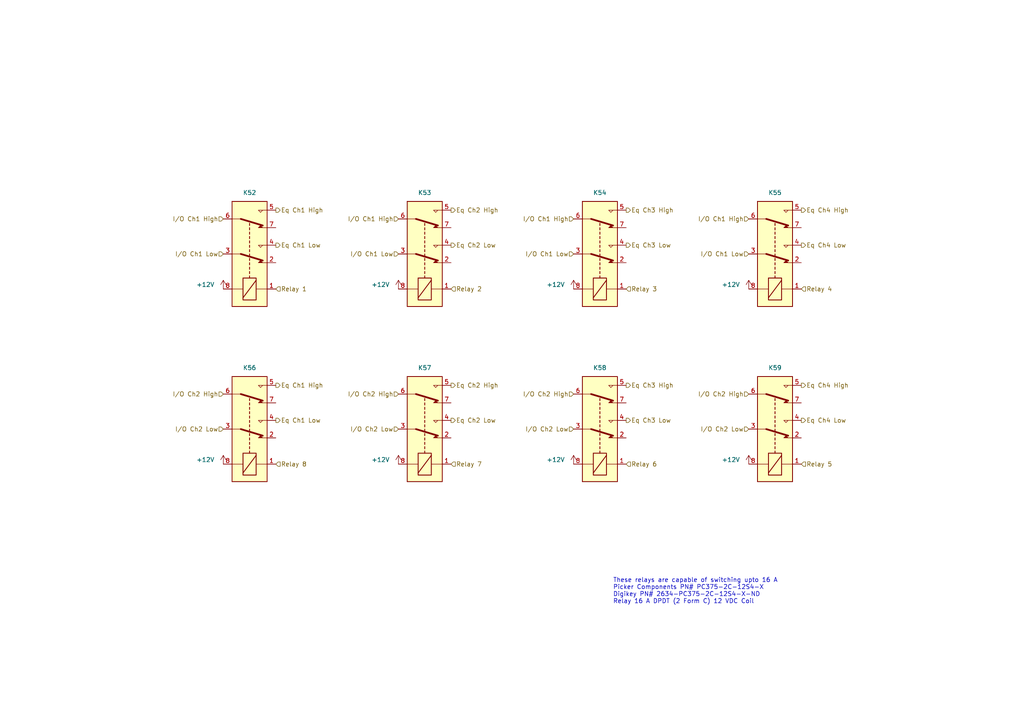
<source format=kicad_sch>
(kicad_sch (version 20211123) (generator eeschema)
  (paper "A4")
  (title_block (title "CIB PCB") (date "2022-05-27") (company "ChargePoint, Inc"))
  (lib_symbols
    (symbol "Relay:G2RL-2-DC24"
      (property "Reference" "RL" (at 16.51 3.81 0))
      (property "Value" "G2RL-2-DC24" (at 16.51 1.27 0))
      (symbol "G2RL-2-DC24_0_1"
        (rectangle (start -15.24 5.08) (end 15.24 -5.08) (stroke (width 0.254)) (fill (type background)))
        (rectangle (start -13.335 1.905) (end -6.985 -1.905) (stroke (width 0.254)))
        (polyline (pts (xy -12.7 -1.905) (xy -7.62 1.905)) (stroke (width 0.254)))
        (polyline (pts (xy -10.16 -5.08) (xy -10.16 -1.905)))
        (polyline (pts (xy -10.16 5.08) (xy -10.16 1.905)))
        (polyline (pts (xy -6.985 0) (xy -6.35 0)) (stroke (width 0.254)))
        (polyline (pts (xy -5.715 0) (xy -5.08 0)) (stroke (width 0.254)))
        (polyline (pts (xy -4.445 0) (xy -3.81 0)) (stroke (width 0.254)))
        (polyline (pts (xy -3.175 0) (xy -2.54 0)) (stroke (width 0.254)))
        (polyline (pts (xy -1.905 0) (xy -1.27 0)) (stroke (width 0.254)))
        (polyline (pts (xy -0.635 0) (xy 0 0)) (stroke (width 0.254)))
        (polyline (pts (xy 0 -2.54) (xy -1.905 3.81)) (stroke (width 0.508)))
        (polyline (pts (xy 0 -2.54) (xy 0 -5.08)))
        (polyline (pts (xy 0.635 0) (xy 1.27 0)) (stroke (width 0.254)))
        (polyline (pts (xy 1.905 0) (xy 2.54 0)) (stroke (width 0.254)))
        (polyline (pts (xy 3.175 0) (xy 3.81 0)) (stroke (width 0.254)))
        (polyline (pts (xy 4.445 0) (xy 5.08 0)) (stroke (width 0.254)))
        (polyline (pts (xy 5.715 0) (xy 6.35 0)) (stroke (width 0.254)))
        (polyline (pts (xy 6.985 0) (xy 7.62 0)) (stroke (width 0.254)))
        (polyline (pts (xy 8.255 0) (xy 8.89 0)) (stroke (width 0.254)))
        (polyline (pts (xy 10.16 -2.54) (xy 8.255 3.81)) (stroke (width 0.508)))
        (polyline (pts (xy 10.16 -2.54) (xy 10.16 -5.08)))
        (polyline (pts (xy -2.54 5.08) (xy -2.54 2.54) (xy -1.905 3.175) (xy -2.54 3.81)) (fill (type outline)))
        (polyline (pts (xy 2.54 5.08) (xy 2.54 2.54) (xy 1.905 3.175) (xy 2.54 3.81)))
        (polyline (pts (xy 7.62 5.08) (xy 7.62 2.54) (xy 8.255 3.175) (xy 7.62 3.81)) (fill (type outline)))
        (polyline (pts (xy 12.7 5.08) (xy 12.7 2.54) (xy 12.065 3.175) (xy 12.7 3.81)))
      )
      (symbol "G2RL-2-DC24_1_1"
        (pin passive line (at -10.16 7.62 270) (length 2.54) (name "~") (number "1"))
        (pin passive line (at -2.54 7.62 270) (length 2.54) (name "~") (number "2"))
        (pin passive line (at 0 -7.62 90) (length 2.54) (name "~") (number "3"))
        (pin passive line (at 2.54 7.62 270) (length 2.54) (name "~") (number "4"))
        (pin passive line (at 12.7 7.62 270) (length 2.54) (name "~") (number "5"))
        (pin passive line (at 10.16 -7.62 90) (length 2.54) (name "~") (number "6"))
        (pin passive line (at 7.62 7.62 270) (length 2.54) (name "~") (number "7"))
        (pin passive line (at -10.16 -7.62 90) (length 2.54) (name "~") (number "8"))
      )
    )
    (symbol "power:+12V" (power) (pin_names (offset 0))
      (property "Value" "+12V" (at 0 3.556 0))
      (symbol "+12V_0_1"
        (polyline (pts (xy -0.762 1.27) (xy 0 2.54)))
        (polyline (pts (xy 0 0) (xy 0 2.54)))
        (polyline (pts (xy 0 2.54) (xy 0.762 1.27)))
      )
      (symbol "+12V_1_1"
        (pin power_in line (at 0 0 90) (length 0) hide (name "+12V") (number "1"))
      )
    )
  )
  (text "These relays are capable of switching upto 16 A\nPicker Components PN# PC375-2C-12S4-X\nDigikey PN# 2634-PC375-2C-12S4-X-ND\nRelay 16 A DPDT (2 Form C) 12 VDC Coil" (at 177.8 175.26 0) (effects (font (size 1.27 1.27)) (justify left bottom)))
  (hierarchical_label "Eq Ch4 Low" (shape output) (at 232.41 121.92 0))
  (hierarchical_label "I{slash}O Ch1 High" (shape input) (at 166.37 63.5 180))
  (hierarchical_label "Relay 2" (shape input) (at 130.81 83.82 0))
  (hierarchical_label "I{slash}O Ch1 Low" (shape input) (at 166.37 73.66 180))
  (hierarchical_label "Relay 7" (shape input) (at 130.81 134.62 0))
  (hierarchical_label "Eq Ch1 Low" (shape output) (at 80.01 71.12 0))
  (hierarchical_label "Eq Ch4 High" (shape output) (at 232.41 60.96 0))
  (hierarchical_label "I{slash}O Ch2 Low" (shape input) (at 166.37 124.46 180))
  (hierarchical_label "Eq Ch3 Low" (shape output) (at 181.61 121.92 0))
  (hierarchical_label "I{slash}O Ch1 Low" (shape input) (at 64.77 73.66 180))
  (hierarchical_label "Relay 3" (shape input) (at 181.61 83.82 0))
  (hierarchical_label "Eq Ch2 High" (shape output) (at 130.81 111.76 0))
  (hierarchical_label "I{slash}O Ch2 Low" (shape input) (at 115.57 124.46 180))
  (hierarchical_label "Eq Ch1 High" (shape output) (at 80.01 60.96 0))
  (hierarchical_label "Relay 1" (shape input) (at 80.01 83.82 0))
  (hierarchical_label "Relay 5" (shape input) (at 232.41 134.62 0))
  (hierarchical_label "I{slash}O Ch1 High" (shape input) (at 115.57 63.5 180))
  (hierarchical_label "Eq Ch4 High" (shape output) (at 232.41 111.76 0))
  (hierarchical_label "I{slash}O Ch2 Low" (shape input) (at 64.77 124.46 180))
  (hierarchical_label "Relay 8" (shape input) (at 80.01 134.62 0))
  (hierarchical_label "Relay 6" (shape input) (at 181.61 134.62 0))
  (hierarchical_label "I{slash}O Ch1 Low" (shape input) (at 115.57 73.66 180))
  (hierarchical_label "Eq Ch3 High" (shape output) (at 181.61 111.76 0))
  (hierarchical_label "Eq Ch1 Low" (shape output) (at 80.01 121.92 0))
  (hierarchical_label "Eq Ch2 Low" (shape output) (at 130.81 71.12 0))
  (hierarchical_label "I{slash}O Ch1 High" (shape input) (at 64.77 63.5 180))
  (hierarchical_label "I{slash}O Ch1 Low" (shape input) (at 217.17 73.66 180))
  (hierarchical_label "Eq Ch2 Low" (shape output) (at 130.81 121.92 0))
  (hierarchical_label "Relay 4" (shape input) (at 232.41 83.82 0))
  (hierarchical_label "Eq Ch3 High" (shape output) (at 181.61 60.96 0))
  (hierarchical_label "Eq Ch1 High" (shape output) (at 80.01 111.76 0))
  (hierarchical_label "Eq Ch3 Low" (shape output) (at 181.61 71.12 0))
  (hierarchical_label "Eq Ch2 High" (shape output) (at 130.81 60.96 0))
  (hierarchical_label "I{slash}O Ch2 Low" (shape input) (at 217.17 124.46 180))
  (hierarchical_label "I{slash}O Ch2 High" (shape input) (at 64.77 114.3 180))
  (hierarchical_label "I{slash}O Ch1 High" (shape input) (at 217.17 63.5 180))
  (hierarchical_label "I{slash}O Ch2 High" (shape input) (at 115.57 114.3 180))
  (hierarchical_label "I{slash}O Ch2 High" (shape input) (at 166.37 114.3 180))
  (hierarchical_label "Eq Ch4 Low" (shape output) (at 232.41 71.12 0))
  (hierarchical_label "I{slash}O Ch2 High" (shape input) (at 217.17 114.3 180))
  (symbol (lib_id "Relay:G2RL-2-DC24") (at 173.99 124.46 270) (mirror x) (unit 1)
    (property "Reference" "K58" (at 173.99 106.68 90))
    (property "Value" "PC357" (effects hide))
    (property "Footprint" "_Connectors:PC375" (effects hide))
    (property "Datasheet" "https://pickercomponents.com/pdf/Relays/PC375.pdf" (effects hide))
    (property "DigiKey #" "2634-PC375-2C-12S4-X-ND" (effects hide))
    (property "Manufacturer #" "PC375-2C-12S4-X" (effects hide))
    (property "Manufacturer" "Picker Components" (effects hide))
    (property "Description" "General Purpose Relay DPDT (2 Form C) 12VDC Coil Through Hole" (effects hide))
    (property "DigiKey Price/Stock" "https://www.digikey.co.uk/en/products/detail/picker-components/PC375-2C-12S4-X/12352856?s=N4IgTCBcDa4GwGYAsBaACgYQQdgKwrAxQEYwBlVADRQDkAREAXQF8g" (effects hide))
  )
  (symbol (lib_id "power:+12V") (at 115.57 83.82 0) (unit 1)
    (property "Reference" "#PWR0292" (effects hide))
    (property "Value" "+12V" (at 113.03 82.5499 0) (effects (justify right)))
  )
  (symbol (lib_id "power:+12V") (at 166.37 134.62 0) (unit 1)
    (property "Reference" "#PWR0297" (effects hide))
    (property "Value" "+12V" (at 163.83 133.3499 0) (effects (justify right)))
  )
  (symbol (lib_id "Relay:G2RL-2-DC24") (at 224.79 73.66 270) (mirror x) (unit 1)
    (property "Reference" "K55" (at 224.79 55.88 90))
    (property "Value" "PC357" (effects hide))
    (property "Footprint" "_Connectors:PC375" (effects hide))
    (property "Datasheet" "https://pickercomponents.com/pdf/Relays/PC375.pdf" (effects hide))
    (property "DigiKey #" "2634-PC375-2C-12S4-X-ND" (effects hide))
    (property "Manufacturer #" "PC375-2C-12S4-X" (effects hide))
    (property "Manufacturer" "Picker Components" (effects hide))
    (property "Description" "General Purpose Relay DPDT (2 Form C) 12VDC Coil Through Hole" (effects hide))
    (property "DigiKey Price/Stock" "https://www.digikey.co.uk/en/products/detail/picker-components/PC375-2C-12S4-X/12352856?s=N4IgTCBcDa4GwGYAsBaACgYQQdgKwrAxQEYwBlVADRQDkAREAXQF8g" (effects hide))
  )
  (symbol (lib_id "power:+12V") (at 64.77 83.82 0) (unit 1)
    (property "Reference" "#PWR0291" (effects hide))
    (property "Value" "+12V" (at 62.23 82.5499 0) (effects (justify right)))
  )
  (symbol (lib_id "Relay:G2RL-2-DC24") (at 72.39 124.46 270) (mirror x) (unit 1)
    (property "Reference" "K56" (at 72.39 106.68 90))
    (property "Value" "PC357" (effects hide))
    (property "Footprint" "_Connectors:PC375" (effects hide))
    (property "Datasheet" "https://pickercomponents.com/pdf/Relays/PC375.pdf" (effects hide))
    (property "DigiKey #" "2634-PC375-2C-12S4-X-ND" (effects hide))
    (property "Manufacturer #" "PC375-2C-12S4-X" (effects hide))
    (property "Manufacturer" "Picker Components" (effects hide))
    (property "Description" "General Purpose Relay DPDT (2 Form C) 12VDC Coil Through Hole" (effects hide))
    (property "DigiKey Price/Stock" "https://www.digikey.co.uk/en/products/detail/picker-components/PC375-2C-12S4-X/12352856?s=N4IgTCBcDa4GwGYAsBaACgYQQdgKwrAxQEYwBlVADRQDkAREAXQF8g" (effects hide))
  )
  (symbol (lib_id "Relay:G2RL-2-DC24") (at 224.79 124.46 270) (mirror x) (unit 1)
    (property "Reference" "K59" (at 224.79 106.68 90))
    (property "Value" "PC357" (effects hide))
    (property "Footprint" "_Connectors:PC375" (effects hide))
    (property "Datasheet" "https://pickercomponents.com/pdf/Relays/PC375.pdf" (effects hide))
    (property "DigiKey #" "2634-PC375-2C-12S4-X-ND" (effects hide))
    (property "Manufacturer #" "PC375-2C-12S4-X" (effects hide))
    (property "Manufacturer" "Picker Components" (effects hide))
    (property "Description" "General Purpose Relay DPDT (2 Form C) 12VDC Coil Through Hole" (effects hide))
    (property "DigiKey Price/Stock" "https://www.digikey.co.uk/en/products/detail/picker-components/PC375-2C-12S4-X/12352856?s=N4IgTCBcDa4GwGYAsBaACgYQQdgKwrAxQEYwBlVADRQDkAREAXQF8g" (effects hide))
  )
  (symbol (lib_id "power:+12V") (at 166.37 83.82 0) (unit 1)
    (property "Reference" "#PWR0293" (effects hide))
    (property "Value" "+12V" (at 163.83 82.5499 0) (effects (justify right)))
  )
  (symbol (lib_id "Relay:G2RL-2-DC24") (at 72.39 73.66 270) (mirror x) (unit 1)
    (property "Reference" "K52" (at 72.39 55.88 90))
    (property "Value" "PC357" (effects hide))
    (property "Footprint" "_Connectors:PC375" (effects hide))
    (property "Datasheet" "https://pickercomponents.com/pdf/Relays/PC375.pdf" (effects hide))
    (property "DigiKey #" "2634-PC375-2C-12S4-X-ND" (effects hide))
    (property "Manufacturer #" "PC375-2C-12S4-X" (effects hide))
    (property "Manufacturer" "Picker Components" (effects hide))
    (property "Description" "General Purpose Relay DPDT (2 Form C) 12VDC Coil Through Hole" (effects hide))
    (property "DigiKey Price/Stock" "https://www.digikey.co.uk/en/products/detail/picker-components/PC375-2C-12S4-X/12352856?s=N4IgTCBcDa4GwGYAsBaACgYQQdgKwrAxQEYwBlVADRQDkAREAXQF8g" (effects hide))
  )
  (symbol (lib_id "power:+12V") (at 217.17 83.82 0) (unit 1)
    (property "Reference" "#PWR0294" (effects hide))
    (property "Value" "+12V" (at 214.63 82.5499 0) (effects (justify right)))
  )
  (symbol (lib_id "power:+12V") (at 115.57 134.62 0) (unit 1)
    (property "Reference" "#PWR0296" (effects hide))
    (property "Value" "+12V" (at 113.03 133.3499 0) (effects (justify right)))
  )
  (symbol (lib_id "Relay:G2RL-2-DC24") (at 173.99 73.66 270) (mirror x) (unit 1)
    (property "Reference" "K54" (at 173.99 55.88 90))
    (property "Value" "PC357" (effects hide))
    (property "Footprint" "_Connectors:PC375" (effects hide))
    (property "Datasheet" "https://pickercomponents.com/pdf/Relays/PC375.pdf" (effects hide))
    (property "DigiKey #" "2634-PC375-2C-12S4-X-ND" (effects hide))
    (property "Manufacturer #" "PC375-2C-12S4-X" (effects hide))
    (property "Manufacturer" "Picker Components" (effects hide))
    (property "Description" "General Purpose Relay DPDT (2 Form C) 12VDC Coil Through Hole" (effects hide))
    (property "DigiKey Price/Stock" "https://www.digikey.co.uk/en/products/detail/picker-components/PC375-2C-12S4-X/12352856?s=N4IgTCBcDa4GwGYAsBaACgYQQdgKwrAxQEYwBlVADRQDkAREAXQF8g" (effects hide))
  )
  (symbol (lib_id "power:+12V") (at 217.17 134.62 0) (unit 1)
    (property "Reference" "#PWR0298" (effects hide))
    (property "Value" "+12V" (at 214.63 133.3499 0) (effects (justify right)))
  )
  (symbol (lib_id "Relay:G2RL-2-DC24") (at 123.19 124.46 270) (mirror x) (unit 1)
    (property "Reference" "K57" (at 123.19 106.68 90))
    (property "Value" "PC357" (effects hide))
    (property "Footprint" "_Connectors:PC375" (effects hide))
    (property "Datasheet" "https://pickercomponents.com/pdf/Relays/PC375.pdf" (effects hide))
    (property "DigiKey #" "2634-PC375-2C-12S4-X-ND" (effects hide))
    (property "Manufacturer #" "PC375-2C-12S4-X" (effects hide))
    (property "Manufacturer" "Picker Components" (effects hide))
    (property "Description" "General Purpose Relay DPDT (2 Form C) 12VDC Coil Through Hole" (effects hide))
    (property "DigiKey Price/Stock" "https://www.digikey.co.uk/en/products/detail/picker-components/PC375-2C-12S4-X/12352856?s=N4IgTCBcDa4GwGYAsBaACgYQQdgKwrAxQEYwBlVADRQDkAREAXQF8g" (effects hide))
  )
  (symbol (lib_id "Relay:G2RL-2-DC24") (at 123.19 73.66 270) (mirror x) (unit 1)
    (property "Reference" "K53" (at 123.19 55.88 90))
    (property "Value" "PC357" (effects hide))
    (property "Footprint" "_Connectors:PC375" (effects hide))
    (property "Datasheet" "https://pickercomponents.com/pdf/Relays/PC375.pdf" (effects hide))
    (property "DigiKey #" "2634-PC375-2C-12S4-X-ND" (effects hide))
    (property "Manufacturer #" "PC375-2C-12S4-X" (effects hide))
    (property "Manufacturer" "Picker Components" (effects hide))
    (property "Description" "General Purpose Relay DPDT (2 Form C) 12VDC Coil Through Hole" (effects hide))
    (property "DigiKey Price/Stock" "https://www.digikey.co.uk/en/products/detail/picker-components/PC375-2C-12S4-X/12352856?s=N4IgTCBcDa4GwGYAsBaACgYQQdgKwrAxQEYwBlVADRQDkAREAXQF8g" (effects hide))
  )
  (symbol (lib_id "power:+12V") (at 64.77 134.62 0) (unit 1)
    (property "Reference" "#PWR0295" (effects hide))
    (property "Value" "+12V" (at 62.23 133.3499 0) (effects (justify right)))
  )
)
</source>
